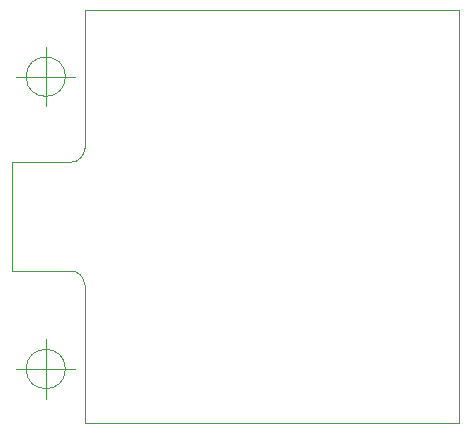
<source format=gbr>
%TF.GenerationSoftware,KiCad,Pcbnew,5.99.0-unknown-6252493~100~ubuntu19.10.1*%
%TF.CreationDate,2020-03-05T21:14:30+01:00*%
%TF.ProjectId,TDR_gen3_pod,5444525f-6765-46e3-935f-706f642e6b69,rev?*%
%TF.SameCoordinates,PX82bfae0PY6cf5110*%
%TF.FileFunction,Profile,NP*%
%FSLAX46Y46*%
G04 Gerber Fmt 4.6, Leading zero omitted, Abs format (unit mm)*
G04 Created by KiCad (PCBNEW 5.99.0-unknown-6252493~100~ubuntu19.10.1) date 2020-03-05 21:14:30*
%MOMM*%
%LPD*%
G01*
G04 APERTURE LIST*
%TA.AperFunction,Profile*%
%ADD10C,0.050000*%
%TD*%
G04 APERTURE END LIST*
D10*
X4566666Y29350000D02*
G75*
G03*
X4566666Y29350000I-1666666J0D01*
G01*
X400000Y29350000D02*
X5400000Y29350000D01*
X2900000Y31850000D02*
X2900000Y26850000D01*
X4566666Y4600000D02*
G75*
G03*
X4566666Y4600000I-1666666J0D01*
G01*
X400000Y4600000D02*
X5400000Y4600000D01*
X2900000Y7100000D02*
X2900000Y2100000D01*
X6200000Y23300000D02*
G75*
G02*
X5000000Y22100000I-1200000J0D01*
G01*
X5000000Y12900000D02*
G75*
G02*
X6200000Y11700000I0J-1200000D01*
G01*
X6200000Y23300000D02*
X6200000Y35000000D01*
X0Y22100000D02*
X5000000Y22100000D01*
X0Y12900000D02*
X0Y22100000D01*
X5000000Y12900000D02*
X0Y12900000D01*
X6200000Y0D02*
X6200000Y11700000D01*
X37900000Y0D02*
X6200000Y0D01*
X37900000Y35000000D02*
X37900000Y0D01*
X6200000Y35000000D02*
X37900000Y35000000D01*
M02*

</source>
